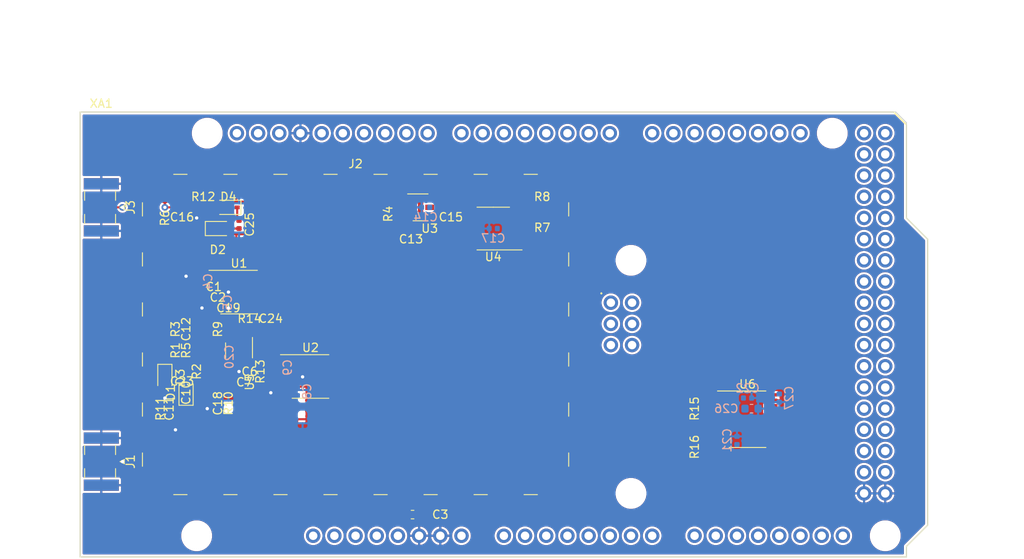
<source format=kicad_pcb>
(kicad_pcb (version 20171130) (host pcbnew 5.1.6)
  (layers (0 F.Cu signal) (1 F2.Cu signal) (2 B2.Cu signal) (31 B.Cu signal) (34 B.Paste user) (35 F.Paste user) (36 B.SilkS user hide) (37 F.SilkS user hide) (38 B.Mask user hide) (39 F.Mask user hide) (44 Edge.Cuts user))
  (net 0 "")
  (net 1 GNDA)
  (net 2 "Net-(C1-Pad1)")
  (net 3 "Net-(C2-Pad1)")
  (net 4 +5V)
  (net 5 GND)
  (net 6 "Net-(C6-Pad1)")
  (net 7 "Net-(C7-Pad1)")
  (net 8 "Net-(C10-Pad2)")
  (net 9 "Net-(C10-Pad1)")
  (net 10 fwd_sig)
  (net 11 "Net-(C12-Pad2)")
  (net 12 "Net-(C13-Pad2)")
  (net 13 "Net-(C15-Pad2)")
  (net 14 "Net-(C15-Pad1)")
  (net 15 "Net-(C16-Pad2)")
  (net 16 refl_sig)
  (net 17 fwd_sig_dc)
  (net 18 "Net-(C18-Pad1)")
  (net 19 "Net-(C19-Pad2)")
  (net 20 "Net-(C22-Pad2)")
  (net 21 fwd_pwr)
  (net 22 "Net-(C24-Pad2)")
  (net 23 fwd_shft)
  (net 24 refl_pwr)
  (net 25 "Net-(C27-Pad2)")
  (net 26 "Net-(D1-Pad1)")
  (net 27 "Net-(D2-Pad1)")
  (net 28 "Net-(R7-Pad2)")
  (net 29 freq_count)
  (net 30 "Net-(R10-Pad1)")
  (net 31 "Net-(R13-Pad1)")
  (net 32 +3V3)
  (net 33 SCL)
  (net 34 SDA)
  (net 35 "Net-(U1-Pad14)")
  (net 36 mag)
  (net 37 vref)
  (net 38 phase)
  (net 39 "Net-(U1-Pad8)")
  (net 40 "Net-(U2-Pad14)")
  (net 41 shft_mag)
  (net 42 shft_vref)
  (net 43 shft_phase)
  (net 44 "Net-(U2-Pad8)")
  (net 45 "Net-(U4-Pad1)")
  (net 46 "Net-(U6-Pad5)")
  (net 47 "Net-(U6-Pad4)")
  (net 48 "Net-(XA1-PadMISO)")
  (net 49 "Net-(XA1-PadD53)")
  (net 50 "Net-(XA1-PadD52)")
  (net 51 "Net-(XA1-PadD51)")
  (net 52 "Net-(XA1-PadD50)")
  (net 53 "Net-(XA1-PadD49)")
  (net 54 "Net-(XA1-PadD48)")
  (net 55 "Net-(XA1-PadD47)")
  (net 56 "Net-(XA1-PadD46)")
  (net 57 "Net-(XA1-PadD45)")
  (net 58 "Net-(XA1-PadD44)")
  (net 59 "Net-(XA1-PadD43)")
  (net 60 "Net-(XA1-PadD42)")
  (net 61 "Net-(XA1-PadD41)")
  (net 62 "Net-(XA1-PadD40)")
  (net 63 "Net-(XA1-PadD39)")
  (net 64 "Net-(XA1-PadD38)")
  (net 65 "Net-(XA1-PadD37)")
  (net 66 "Net-(XA1-PadD36)")
  (net 67 "Net-(XA1-PadD35)")
  (net 68 "Net-(XA1-PadD34)")
  (net 69 "Net-(XA1-PadD33)")
  (net 70 "Net-(XA1-PadD32)")
  (net 71 "Net-(XA1-PadD31)")
  (net 72 "Net-(XA1-PadD30)")
  (net 73 "Net-(XA1-PadD29)")
  (net 74 "Net-(XA1-PadD28)")
  (net 75 "Net-(XA1-PadD27)")
  (net 76 "Net-(XA1-PadD26)")
  (net 77 "Net-(XA1-PadD25)")
  (net 78 "Net-(XA1-PadD24)")
  (net 79 "Net-(XA1-PadD23)")
  (net 80 "Net-(XA1-PadCANT)")
  (net 81 "Net-(XA1-PadCANR)")
  (net 82 "Net-(XA1-PadDAC1)")
  (net 83 "Net-(XA1-PadDAC0)")
  (net 84 "Net-(XA1-PadA11)")
  (net 85 "Net-(XA1-PadA10)")
  (net 86 "Net-(XA1-PadA9)")
  (net 87 "Net-(XA1-PadA8)")
  (net 88 "Net-(XA1-PadA7)")
  (net 89 "Net-(XA1-PadA6)")
  (net 90 "Net-(XA1-PadA5)")
  (net 91 "Net-(XA1-PadA4)")
  (net 92 "Net-(XA1-PadA3)")
  (net 93 "Net-(XA1-PadA2)")
  (net 94 "Net-(XA1-PadA1)")
  (net 95 "Net-(XA1-PadD11)")
  (net 96 "Net-(XA1-PadD12)")
  (net 97 "Net-(XA1-PadD13)")
  (net 98 "Net-(XA1-PadAREF)")
  (net 99 "Net-(XA1-PadD10)")
  (net 100 "Net-(XA1-PadD9)")
  (net 101 "Net-(XA1-PadD8)")
  (net 102 "Net-(XA1-PadD7)")
  (net 103 "Net-(XA1-PadD6)")
  (net 104 "Net-(XA1-PadD5)")
  (net 105 "Net-(XA1-PadD4)")
  (net 106 "Net-(XA1-PadD3)")
  (net 107 "Net-(XA1-PadD2)")
  (net 108 "Net-(XA1-PadD1)")
  (net 109 "Net-(XA1-PadD0)")
  (net 110 "Net-(XA1-PadD14)")
  (net 111 "Net-(XA1-PadD15)")
  (net 112 "Net-(XA1-PadD16)")
  (net 113 "Net-(XA1-PadD17)")
  (net 114 "Net-(XA1-PadD18)")
  (net 115 "Net-(XA1-PadD19)")
  (net 116 "Net-(XA1-PadD20)")
  (net 117 "Net-(XA1-PadD21)")
  (net 118 "Net-(XA1-PadIORF)")
  (net 119 "Net-(XA1-PadRST1)")
  (net 120 "Net-(XA1-PadVIN)")
  (net 121 "Net-(XA1-PadA0)")
  (net 122 "Net-(XA1-Pad5V2)")
  (net 123 "Net-(XA1-PadSCK)")
  (net 124 "Net-(XA1-PadMOSI)")
  (net 125 "Net-(XA1-PadGND4)")
  (net 126 "Net-(XA1-PadRST2)")
  (module Arduino:Arduino_Due_Shield (layer F.Cu) (at 100.33 132.08)
    (fp_text reference XA1 (at 2.54 -54.356) (layer F.SilkS))
    (fp_text value Arduino_Due_Shield)
    (fp_text user . (at 62.484 -32.004) (layer F.SilkS))
    (pad MISO thru_hole oval (at 63.627 -30.48) (size 1.7272 1.7272) (drill 1.016) (layers *.Cu *.Mask) (net 48 "Net-(XA1-PadMISO)"))
    (pad GND6 thru_hole oval (at 96.52 -7.62) (size 1.7272 1.7272) (drill 1.016) (layers *.Cu *.Mask) (net 1 GNDA))
    (pad GND5 thru_hole oval (at 93.98 -7.62) (size 1.7272 1.7272) (drill 1.016) (layers *.Cu *.Mask) (net 1 GNDA))
    (pad D53 thru_hole oval (at 96.52 -10.16) (size 1.7272 1.7272) (drill 1.016) (layers *.Cu *.Mask) (net 49 "Net-(XA1-PadD53)"))
    (pad D52 thru_hole oval (at 93.98 -10.16) (size 1.7272 1.7272) (drill 1.016) (layers *.Cu *.Mask) (net 50 "Net-(XA1-PadD52)"))
    (pad D51 thru_hole oval (at 96.52 -12.7) (size 1.7272 1.7272) (drill 1.016) (layers *.Cu *.Mask) (net 51 "Net-(XA1-PadD51)"))
    (pad D50 thru_hole oval (at 93.98 -12.7) (size 1.7272 1.7272) (drill 1.016) (layers *.Cu *.Mask) (net 52 "Net-(XA1-PadD50)"))
    (pad D49 thru_hole oval (at 96.52 -15.24) (size 1.7272 1.7272) (drill 1.016) (layers *.Cu *.Mask) (net 53 "Net-(XA1-PadD49)"))
    (pad D48 thru_hole oval (at 93.98 -15.24) (size 1.7272 1.7272) (drill 1.016) (layers *.Cu *.Mask) (net 54 "Net-(XA1-PadD48)"))
    (pad D47 thru_hole oval (at 96.52 -17.78) (size 1.7272 1.7272) (drill 1.016) (layers *.Cu *.Mask) (net 55 "Net-(XA1-PadD47)"))
    (pad D46 thru_hole oval (at 93.98 -17.78) (size 1.7272 1.7272) (drill 1.016) (layers *.Cu *.Mask) (net 56 "Net-(XA1-PadD46)"))
    (pad D45 thru_hole oval (at 96.52 -20.32) (size 1.7272 1.7272) (drill 1.016) (layers *.Cu *.Mask) (net 57 "Net-(XA1-PadD45)"))
    (pad D44 thru_hole oval (at 93.98 -20.32) (size 1.7272 1.7272) (drill 1.016) (layers *.Cu *.Mask) (net 58 "Net-(XA1-PadD44)"))
    (pad D43 thru_hole oval (at 96.52 -22.86) (size 1.7272 1.7272) (drill 1.016) (layers *.Cu *.Mask) (net 59 "Net-(XA1-PadD43)"))
    (pad D42 thru_hole oval (at 93.98 -22.86) (size 1.7272 1.7272) (drill 1.016) (layers *.Cu *.Mask) (net 60 "Net-(XA1-PadD42)"))
    (pad D41 thru_hole oval (at 96.52 -25.4) (size 1.7272 1.7272) (drill 1.016) (layers *.Cu *.Mask) (net 61 "Net-(XA1-PadD41)"))
    (pad D40 thru_hole oval (at 93.98 -25.4) (size 1.7272 1.7272) (drill 1.016) (layers *.Cu *.Mask) (net 62 "Net-(XA1-PadD40)"))
    (pad D39 thru_hole oval (at 96.52 -27.94) (size 1.7272 1.7272) (drill 1.016) (layers *.Cu *.Mask) (net 63 "Net-(XA1-PadD39)"))
    (pad D38 thru_hole oval (at 93.98 -27.94) (size 1.7272 1.7272) (drill 1.016) (layers *.Cu *.Mask) (net 64 "Net-(XA1-PadD38)"))
    (pad D37 thru_hole oval (at 96.52 -30.48) (size 1.7272 1.7272) (drill 1.016) (layers *.Cu *.Mask) (net 65 "Net-(XA1-PadD37)"))
    (pad D36 thru_hole oval (at 93.98 -30.48) (size 1.7272 1.7272) (drill 1.016) (layers *.Cu *.Mask) (net 66 "Net-(XA1-PadD36)"))
    (pad D35 thru_hole oval (at 96.52 -33.02) (size 1.7272 1.7272) (drill 1.016) (layers *.Cu *.Mask) (net 67 "Net-(XA1-PadD35)"))
    (pad D34 thru_hole oval (at 93.98 -33.02) (size 1.7272 1.7272) (drill 1.016) (layers *.Cu *.Mask) (net 68 "Net-(XA1-PadD34)"))
    (pad D33 thru_hole oval (at 96.52 -35.56) (size 1.7272 1.7272) (drill 1.016) (layers *.Cu *.Mask) (net 69 "Net-(XA1-PadD33)"))
    (pad D32 thru_hole oval (at 93.98 -35.56) (size 1.7272 1.7272) (drill 1.016) (layers *.Cu *.Mask) (net 70 "Net-(XA1-PadD32)"))
    (pad D31 thru_hole oval (at 96.52 -38.1) (size 1.7272 1.7272) (drill 1.016) (layers *.Cu *.Mask) (net 71 "Net-(XA1-PadD31)"))
    (pad D30 thru_hole oval (at 93.98 -38.1) (size 1.7272 1.7272) (drill 1.016) (layers *.Cu *.Mask) (net 72 "Net-(XA1-PadD30)"))
    (pad D29 thru_hole oval (at 96.52 -40.64) (size 1.7272 1.7272) (drill 1.016) (layers *.Cu *.Mask) (net 73 "Net-(XA1-PadD29)"))
    (pad D28 thru_hole oval (at 93.98 -40.64) (size 1.7272 1.7272) (drill 1.016) (layers *.Cu *.Mask) (net 74 "Net-(XA1-PadD28)"))
    (pad D27 thru_hole oval (at 96.52 -43.18) (size 1.7272 1.7272) (drill 1.016) (layers *.Cu *.Mask) (net 75 "Net-(XA1-PadD27)"))
    (pad D26 thru_hole oval (at 93.98 -43.18) (size 1.7272 1.7272) (drill 1.016) (layers *.Cu *.Mask) (net 76 "Net-(XA1-PadD26)"))
    (pad D25 thru_hole oval (at 96.52 -45.72) (size 1.7272 1.7272) (drill 1.016) (layers *.Cu *.Mask) (net 77 "Net-(XA1-PadD25)"))
    (pad D24 thru_hole oval (at 93.98 -45.72) (size 1.7272 1.7272) (drill 1.016) (layers *.Cu *.Mask) (net 78 "Net-(XA1-PadD24)"))
    (pad D23 thru_hole oval (at 96.52 -48.26) (size 1.7272 1.7272) (drill 1.016) (layers *.Cu *.Mask) (net 79 "Net-(XA1-PadD23)"))
    (pad D22 thru_hole oval (at 93.98 -48.26) (size 1.7272 1.7272) (drill 1.016) (layers *.Cu *.Mask) (net 29 freq_count))
    (pad 5V4 thru_hole oval (at 96.52 -50.8) (size 1.7272 1.7272) (drill 1.016) (layers *.Cu *.Mask) (net 4 +5V))
    (pad 5V3 thru_hole oval (at 93.98 -50.8) (size 1.7272 1.7272) (drill 1.016) (layers *.Cu *.Mask) (net 4 +5V))
    (pad CANT thru_hole oval (at 91.44 -2.54) (size 1.7272 1.7272) (drill 1.016) (layers *.Cu *.Mask) (net 80 "Net-(XA1-PadCANT)"))
    (pad CANR thru_hole oval (at 88.9 -2.54) (size 1.7272 1.7272) (drill 1.016) (layers *.Cu *.Mask) (net 81 "Net-(XA1-PadCANR)"))
    (pad DAC1 thru_hole oval (at 86.36 -2.54) (size 1.7272 1.7272) (drill 1.016) (layers *.Cu *.Mask) (net 82 "Net-(XA1-PadDAC1)"))
    (pad DAC0 thru_hole oval (at 83.82 -2.54) (size 1.7272 1.7272) (drill 1.016) (layers *.Cu *.Mask) (net 83 "Net-(XA1-PadDAC0)"))
    (pad A11 thru_hole oval (at 81.28 -2.54) (size 1.7272 1.7272) (drill 1.016) (layers *.Cu *.Mask) (net 84 "Net-(XA1-PadA11)"))
    (pad A10 thru_hole oval (at 78.74 -2.54) (size 1.7272 1.7272) (drill 1.016) (layers *.Cu *.Mask) (net 85 "Net-(XA1-PadA10)"))
    (pad A9 thru_hole oval (at 76.2 -2.54) (size 1.7272 1.7272) (drill 1.016) (layers *.Cu *.Mask) (net 86 "Net-(XA1-PadA9)"))
    (pad A8 thru_hole oval (at 73.66 -2.54) (size 1.7272 1.7272) (drill 1.016) (layers *.Cu *.Mask) (net 87 "Net-(XA1-PadA8)"))
    (pad A7 thru_hole oval (at 68.58 -2.54) (size 1.7272 1.7272) (drill 1.016) (layers *.Cu *.Mask) (net 88 "Net-(XA1-PadA7)"))
    (pad A6 thru_hole oval (at 66.04 -2.54) (size 1.7272 1.7272) (drill 1.016) (layers *.Cu *.Mask) (net 89 "Net-(XA1-PadA6)"))
    (pad A5 thru_hole oval (at 63.5 -2.54) (size 1.7272 1.7272) (drill 1.016) (layers *.Cu *.Mask) (net 90 "Net-(XA1-PadA5)"))
    (pad A4 thru_hole oval (at 60.96 -2.54) (size 1.7272 1.7272) (drill 1.016) (layers *.Cu *.Mask) (net 91 "Net-(XA1-PadA4)"))
    (pad A3 thru_hole oval (at 58.42 -2.54) (size 1.7272 1.7272) (drill 1.016) (layers *.Cu *.Mask) (net 92 "Net-(XA1-PadA3)"))
    (pad A2 thru_hole oval (at 55.88 -2.54) (size 1.7272 1.7272) (drill 1.016) (layers *.Cu *.Mask) (net 93 "Net-(XA1-PadA2)"))
    (pad A1 thru_hole oval (at 53.34 -2.54) (size 1.7272 1.7272) (drill 1.016) (layers *.Cu *.Mask) (net 94 "Net-(XA1-PadA1)"))
    (pad "" thru_hole oval (at 27.94 -2.54) (size 1.7272 1.7272) (drill 1.016) (layers *.Cu *.Mask))
    (pad D11 thru_hole oval (at 34.036 -50.8) (size 1.7272 1.7272) (drill 1.016) (layers *.Cu *.Mask) (net 95 "Net-(XA1-PadD11)"))
    (pad D12 thru_hole oval (at 31.496 -50.8) (size 1.7272 1.7272) (drill 1.016) (layers *.Cu *.Mask) (net 96 "Net-(XA1-PadD12)"))
    (pad D13 thru_hole oval (at 28.956 -50.8) (size 1.7272 1.7272) (drill 1.016) (layers *.Cu *.Mask) (net 97 "Net-(XA1-PadD13)"))
    (pad AREF thru_hole oval (at 23.876 -50.8) (size 1.7272 1.7272) (drill 1.016) (layers *.Cu *.Mask) (net 98 "Net-(XA1-PadAREF)"))
    (pad SDA1 thru_hole oval (at 21.336 -50.8) (size 1.7272 1.7272) (drill 1.016) (layers *.Cu *.Mask) (net 34 SDA))
    (pad SCL1 thru_hole oval (at 18.796 -50.8) (size 1.7272 1.7272) (drill 1.016) (layers *.Cu *.Mask) (net 33 SCL))
    (pad "" np_thru_hole circle (at 13.97 -2.54) (size 3.2 3.2) (drill 3.2) (layers *.Cu *.Mask))
    (pad "" np_thru_hole circle (at 96.52 -2.54) (size 3.2 3.2) (drill 3.2) (layers *.Cu *.Mask))
    (pad "" np_thru_hole circle (at 15.24 -50.8) (size 3.2 3.2) (drill 3.2) (layers *.Cu *.Mask))
    (pad "" np_thru_hole circle (at 90.17 -50.8) (size 3.2 3.2) (drill 3.2) (layers *.Cu *.Mask))
    (pad "" np_thru_hole circle (at 66.04 -35.56) (size 3.2 3.2) (drill 3.2) (layers *.Cu *.Mask))
    (pad "" np_thru_hole circle (at 66.04 -7.62) (size 3.2 3.2) (drill 3.2) (layers *.Cu *.Mask))
    (pad D10 thru_hole oval (at 36.576 -50.8) (size 1.7272 1.7272) (drill 1.016) (layers *.Cu *.Mask) (net 99 "Net-(XA1-PadD10)"))
    (pad D9 thru_hole oval (at 39.116 -50.8) (size 1.7272 1.7272) (drill 1.016) (layers *.Cu *.Mask) (net 100 "Net-(XA1-PadD9)"))
    (pad D8 thru_hole oval (at 41.656 -50.8) (size 1.7272 1.7272) (drill 1.016) (layers *.Cu *.Mask) (net 101 "Net-(XA1-PadD8)"))
    (pad GND1 thru_hole oval (at 26.416 -50.8) (size 1.7272 1.7272) (drill 1.016) (layers *.Cu *.Mask) (net 1 GNDA))
    (pad D7 thru_hole oval (at 45.72 -50.8) (size 1.7272 1.7272) (drill 1.016) (layers *.Cu *.Mask) (net 102 "Net-(XA1-PadD7)"))
    (pad D6 thru_hole oval (at 48.26 -50.8) (size 1.7272 1.7272) (drill 1.016) (layers *.Cu *.Mask) (net 103 "Net-(XA1-PadD6)"))
    (pad D5 thru_hole oval (at 50.8 -50.8) (size 1.7272 1.7272) (drill 1.016) (layers *.Cu *.Mask) (net 104 "Net-(XA1-PadD5)"))
    (pad D4 thru_hole oval (at 53.34 -50.8) (size 1.7272 1.7272) (drill 1.016) (layers *.Cu *.Mask) (net 105 "Net-(XA1-PadD4)"))
    (pad D3 thru_hole oval (at 55.88 -50.8) (size 1.7272 1.7272) (drill 1.016) (layers *.Cu *.Mask) (net 106 "Net-(XA1-PadD3)"))
    (pad D2 thru_hole oval (at 58.42 -50.8) (size 1.7272 1.7272) (drill 1.016) (layers *.Cu *.Mask) (net 107 "Net-(XA1-PadD2)"))
    (pad D1 thru_hole oval (at 60.96 -50.8) (size 1.7272 1.7272) (drill 1.016) (layers *.Cu *.Mask) (net 108 "Net-(XA1-PadD1)"))
    (pad D0 thru_hole oval (at 63.5 -50.8) (size 1.7272 1.7272) (drill 1.016) (layers *.Cu *.Mask) (net 109 "Net-(XA1-PadD0)"))
    (pad D14 thru_hole oval (at 68.58 -50.8) (size 1.7272 1.7272) (drill 1.016) (layers *.Cu *.Mask) (net 110 "Net-(XA1-PadD14)"))
    (pad D15 thru_hole oval (at 71.12 -50.8) (size 1.7272 1.7272) (drill 1.016) (layers *.Cu *.Mask) (net 111 "Net-(XA1-PadD15)"))
    (pad D16 thru_hole oval (at 73.66 -50.8) (size 1.7272 1.7272) (drill 1.016) (layers *.Cu *.Mask) (net 112 "Net-(XA1-PadD16)"))
    (pad D17 thru_hole oval (at 76.2 -50.8) (size 1.7272 1.7272) (drill 1.016) (layers *.Cu *.Mask) (net 113 "Net-(XA1-PadD17)"))
    (pad D18 thru_hole oval (at 78.74 -50.8) (size 1.7272 1.7272) (drill 1.016) (layers *.Cu *.Mask) (net 114 "Net-(XA1-PadD18)"))
    (pad D19 thru_hole oval (at 81.28 -50.8) (size 1.7272 1.7272) (drill 1.016) (layers *.Cu *.Mask) (net 115 "Net-(XA1-PadD19)"))
    (pad D20 thru_hole oval (at 83.82 -50.8) (size 1.7272 1.7272) (drill 1.016) (layers *.Cu *.Mask) (net 116 "Net-(XA1-PadD20)"))
    (pad D21 thru_hole oval (at 86.36 -50.8) (size 1.7272 1.7272) (drill 1.016) (layers *.Cu *.Mask) (net 117 "Net-(XA1-PadD21)"))
    (pad IORF thru_hole oval (at 30.48 -2.54) (size 1.7272 1.7272) (drill 1.016) (layers *.Cu *.Mask) (net 118 "Net-(XA1-PadIORF)"))
    (pad RST1 thru_hole oval (at 33.02 -2.54) (size 1.7272 1.7272) (drill 1.016) (layers *.Cu *.Mask) (net 119 "Net-(XA1-PadRST1)"))
    (pad 3V3 thru_hole oval (at 35.56 -2.54) (size 1.7272 1.7272) (drill 1.016) (layers *.Cu *.Mask) (net 32 +3V3))
    (pad 5V1 thru_hole oval (at 38.1 -2.54) (size 1.7272 1.7272) (drill 1.016) (layers *.Cu *.Mask) (net 4 +5V))
    (pad GND2 thru_hole oval (at 40.64 -2.54) (size 1.7272 1.7272) (drill 1.016) (layers *.Cu *.Mask) (net 1 GNDA))
    (pad GND3 thru_hole oval (at 43.18 -2.54) (size 1.7272 1.7272) (drill 1.016) (layers *.Cu *.Mask) (net 1 GNDA))
    (pad VIN thru_hole oval (at 45.72 -2.54) (size 1.7272 1.7272) (drill 1.016) (layers *.Cu *.Mask) (net 120 "Net-(XA1-PadVIN)"))
    (pad A0 thru_hole oval (at 50.8 -2.54) (size 1.7272 1.7272) (drill 1.016) (layers *.Cu *.Mask) (net 121 "Net-(XA1-PadA0)"))
    (pad 5V2 thru_hole oval (at 66.167 -30.48) (size 1.7272 1.7272) (drill 1.016) (layers *.Cu *.Mask) (net 122 "Net-(XA1-Pad5V2)"))
    (pad SCK thru_hole oval (at 63.627 -27.94) (size 1.7272 1.7272) (drill 1.016) (layers *.Cu *.Mask) (net 123 "Net-(XA1-PadSCK)"))
    (pad MOSI thru_hole oval (at 66.167 -27.94) (size 1.7272 1.7272) (drill 1.016) (layers *.Cu *.Mask) (net 124 "Net-(XA1-PadMOSI)"))
    (pad GND4 thru_hole oval (at 66.167 -25.4) (size 1.7272 1.7272) (drill 1.016) (layers *.Cu *.Mask) (net 125 "Net-(XA1-PadGND4)"))
    (pad RST2 thru_hole oval (at 63.627 -25.4) (size 1.7272 1.7272) (drill 1.016) (layers *.Cu *.Mask) (net 126 "Net-(XA1-PadRST2)"))
  )
  (module Package_SO:TSSOP-20_4.4x6.5mm_P0.65mm (layer F.Cu) (at 180.34 115.57)
    (fp_text reference U6 (at 0 -4.2) (layer F.SilkS))
    (fp_text value LTC2309_TSSOP)
    (pad 20 smd roundrect (at 2.8625 -2.925) (size 1.475 0.4) (layers F.Cu F.Paste F.Mask) (net 25 "Net-(C27-Pad2)"))
    (pad 19 smd roundrect (at 2.8625 -2.275) (size 1.475 0.4) (layers F.Cu F.Paste F.Mask) (net 1 GNDA))
    (pad 18 smd roundrect (at 2.8625 -1.625) (size 1.475 0.4) (layers F.Cu F.Paste F.Mask) (net 24 refl_pwr))
    (pad 17 smd roundrect (at 2.8625 -0.975) (size 1.475 0.4) (layers F.Cu F.Paste F.Mask) (net 38 phase))
    (pad 16 smd roundrect (at 2.8625 -0.325) (size 1.475 0.4) (layers F.Cu F.Paste F.Mask) (net 37 vref))
    (pad 15 smd roundrect (at 2.8625 0.325) (size 1.475 0.4) (layers F.Cu F.Paste F.Mask) (net 36 mag))
    (pad 14 smd roundrect (at 2.8625 0.975) (size 1.475 0.4) (layers F.Cu F.Paste F.Mask) (net 21 fwd_pwr))
    (pad 13 smd roundrect (at 2.8625 1.625) (size 1.475 0.4) (layers F.Cu F.Paste F.Mask) (net 43 shft_phase))
    (pad 12 smd roundrect (at 2.8625 2.275) (size 1.475 0.4) (layers F.Cu F.Paste F.Mask) (net 42 shft_vref))
    (pad 11 smd roundrect (at 2.8625 2.925) (size 1.475 0.4) (layers F.Cu F.Paste F.Mask) (net 41 shft_mag))
    (pad 10 smd roundrect (at -2.8625 2.925) (size 1.475 0.4) (layers F.Cu F.Paste F.Mask) (net 4 +5V))
    (pad 9 smd roundrect (at -2.8625 2.275) (size 1.475 0.4) (layers F.Cu F.Paste F.Mask) (net 1 GNDA))
    (pad 8 smd roundrect (at -2.8625 1.625) (size 1.475 0.4) (layers F.Cu F.Paste F.Mask) (net 1 GNDA))
    (pad 7 smd roundrect (at -2.8625 0.975) (size 1.475 0.4) (layers F.Cu F.Paste F.Mask) (net 34 SDA))
    (pad 6 smd roundrect (at -2.8625 0.325) (size 1.475 0.4) (layers F.Cu F.Paste F.Mask) (net 33 SCL))
    (pad 5 smd roundrect (at -2.8625 -0.325) (size 1.475 0.4) (layers F.Cu F.Paste F.Mask) (net 46 "Net-(U6-Pad5)"))
    (pad 4 smd roundrect (at -2.8625 -0.975) (size 1.475 0.4) (layers F.Cu F.Paste F.Mask) (net 47 "Net-(U6-Pad4)"))
    (pad 3 smd roundrect (at -2.8625 -1.625) (size 1.475 0.4) (layers F.Cu F.Paste F.Mask) (net 4 +5V))
    (pad 2 smd roundrect (at -2.8625 -2.275) (size 1.475 0.4) (layers F.Cu F.Paste F.Mask) (net 1 GNDA))
    (pad 1 smd roundrect (at -2.8625 -2.925) (size 1.475 0.4) (layers F.Cu F.Paste F.Mask) (net 20 "Net-(C22-Pad2)"))
  )
  (module Package_TO_SOT_SMD:SOT-23-6 (layer F.Cu) (at 119.38 107.315 270)
    (fp_text reference U5 (at 3.81 -1.27 270) (layer F.SilkS))
    (fp_text value OPA695)
    (pad 1 smd rect (at -1.1 -0.95 270) (size 1.06 0.65) (layers F.Cu F.Paste F.Mask) (net 31 "Net-(R13-Pad1)"))
    (pad 2 smd rect (at -1.1 0 270) (size 1.06 0.65) (layers F.Cu F.Paste F.Mask) (net 1 GNDA))
    (pad 3 smd rect (at -1.1 0.95 270) (size 1.06 0.65) (layers F.Cu F.Paste F.Mask) (net 19 "Net-(C19-Pad2)"))
    (pad 4 smd rect (at 1.1 0.95 270) (size 1.06 0.65) (layers F.Cu F.Paste F.Mask) (net 30 "Net-(R10-Pad1)"))
    (pad 6 smd rect (at 1.1 -0.95 270) (size 1.06 0.65) (layers F.Cu F.Paste F.Mask) (net 4 +5V))
    (pad 5 smd rect (at 1.1 0 270) (size 1.06 0.65) (layers F.Cu F.Paste F.Mask) (net 4 +5V))
  )
  (module Package_SO:SOIC-8_3.9x4.9mm_P1.27mm (layer F.Cu) (at 149.86 92.71 180)
    (fp_text reference U4 (at 0 -3.4) (layer F.SilkS))
    (fp_text value HMC363S8G)
    (pad 8 smd roundrect (at 2.475 -1.905 180) (size 1.95 0.6) (layers F.Cu F.Paste F.Mask) (net 1 GNDA))
    (pad 7 smd roundrect (at 2.475 -0.635 180) (size 1.95 0.6) (layers F.Cu F.Paste F.Mask) (net 1 GNDA))
    (pad 6 smd roundrect (at 2.475 0.635 180) (size 1.95 0.6) (layers F.Cu F.Paste F.Mask))
    (pad 5 smd roundrect (at 2.475 1.905 180) (size 1.95 0.6) (layers F.Cu F.Paste F.Mask) (net 14 "Net-(C15-Pad1)"))
    (pad 4 smd roundrect (at -2.475 1.905 180) (size 1.95 0.6) (layers F.Cu F.Paste F.Mask) (net 4 +5V))
    (pad 3 smd roundrect (at -2.475 0.635 180) (size 1.95 0.6) (layers F.Cu F.Paste F.Mask) (net 28 "Net-(R7-Pad2)"))
    (pad 2 smd roundrect (at -2.475 -0.635 180) (size 1.95 0.6) (layers F.Cu F.Paste F.Mask))
    (pad 1 smd roundrect (at -2.475 -1.905 180) (size 1.95 0.6) (layers F.Cu F.Paste F.Mask) (net 45 "Net-(U4-Pad1)"))
  )
  (module Package_TO_SOT_SMD:SOT-23-6 (layer F.Cu) (at 141.14 90.17)
    (fp_text reference U3 (at 1.1 2.54) (layer F.SilkS))
    (fp_text value TLV3501_DBV)
    (pad 5 smd rect (at 1.1 0) (size 1.06 0.65) (layers F.Cu F.Paste F.Mask) (net 13 "Net-(C15-Pad2)"))
    (pad 6 smd rect (at 1.1 -0.95) (size 1.06 0.65) (layers F.Cu F.Paste F.Mask) (net 1 GNDA))
    (pad 4 smd rect (at 1.1 0.95) (size 1.06 0.65) (layers F.Cu F.Paste F.Mask) (net 4 +5V))
    (pad 3 smd rect (at -1.1 0.95) (size 1.06 0.65) (layers F.Cu F.Paste F.Mask) (net 12 "Net-(C13-Pad2)"))
    (pad 2 smd rect (at -1.1 0) (size 1.06 0.65) (layers F.Cu F.Paste F.Mask) (net 1 GNDA))
    (pad 1 smd rect (at -1.1 -0.95) (size 1.06 0.65) (layers F.Cu F.Paste F.Mask) (net 17 fwd_sig_dc))
  )
  (module Package_SO:TSSOP-14_4.4x5mm_P0.65mm (layer F.Cu) (at 127.9475 110.445)
    (fp_text reference U2 (at 0 -3.45) (layer F.SilkS))
    (fp_text value AD8302)
    (pad 14 smd roundrect (at 2.8625 -1.95) (size 1.475 0.4) (layers F.Cu F.Paste F.Mask) (net 40 "Net-(U2-Pad14)"))
    (pad 13 smd roundrect (at 2.8625 -1.3) (size 1.475 0.4) (layers F.Cu F.Paste F.Mask) (net 41 shft_mag))
    (pad 12 smd roundrect (at 2.8625 -0.65) (size 1.475 0.4) (layers F.Cu F.Paste F.Mask) (net 41 shft_mag))
    (pad 11 smd roundrect (at 2.8625 0) (size 1.475 0.4) (layers F.Cu F.Paste F.Mask) (net 42 shft_vref))
    (pad 10 smd roundrect (at 2.8625 0.65) (size 1.475 0.4) (layers F.Cu F.Paste F.Mask) (net 43 shft_phase))
    (pad 9 smd roundrect (at 2.8625 1.3) (size 1.475 0.4) (layers F.Cu F.Paste F.Mask) (net 43 shft_phase))
    (pad 8 smd roundrect (at 2.8625 1.95) (size 1.475 0.4) (layers F.Cu F.Paste F.Mask) (net 44 "Net-(U2-Pad8)"))
    (pad 7 smd roundrect (at -2.8625 1.95) (size 1.475 0.4) (layers F.Cu F.Paste F.Mask) (net 1 GNDA))
    (pad 6 smd roundrect (at -2.8625 1.3) (size 1.475 0.4) (layers F.Cu F.Paste F.Mask) (net 16 refl_sig))
    (pad 5 smd roundrect (at -2.8625 0.65) (size 1.475 0.4) (layers F.Cu F.Paste F.Mask) (net 7 "Net-(C7-Pad1)"))
    (pad 4 smd roundrect (at -2.8625 0) (size 1.475 0.4) (layers F.Cu F.Paste F.Mask) (net 4 +5V))
    (pad 3 smd roundrect (at -2.8625 -0.65) (size 1.475 0.4) (layers F.Cu F.Paste F.Mask) (net 6 "Net-(C6-Pad1)"))
    (pad 2 smd roundrect (at -2.8625 -1.3) (size 1.475 0.4) (layers F.Cu F.Paste F.Mask) (net 23 fwd_shft))
    (pad 1 smd roundrect (at -2.8625 -1.95) (size 1.475 0.4) (layers F.Cu F.Paste F.Mask) (net 1 GNDA))
  )
  (module Package_SO:TSSOP-14_4.4x5mm_P0.65mm (layer F.Cu) (at 119.38 100.33)
    (fp_text reference U1 (at 0 -3.45) (layer F.SilkS))
    (fp_text value AD8302)
    (pad 14 smd roundrect (at 2.8625 -1.95) (size 1.475 0.4) (layers F.Cu F.Paste F.Mask) (net 35 "Net-(U1-Pad14)"))
    (pad 13 smd roundrect (at 2.8625 -1.3) (size 1.475 0.4) (layers F.Cu F.Paste F.Mask) (net 36 mag))
    (pad 12 smd roundrect (at 2.8625 -0.65) (size 1.475 0.4) (layers F.Cu F.Paste F.Mask) (net 36 mag))
    (pad 11 smd roundrect (at 2.8625 0) (size 1.475 0.4) (layers F.Cu F.Paste F.Mask) (net 37 vref))
    (pad 10 smd roundrect (at 2.8625 0.65) (size 1.475 0.4) (layers F.Cu F.Paste F.Mask) (net 38 phase))
    (pad 9 smd roundrect (at 2.8625 1.3) (size 1.475 0.4) (layers F.Cu F.Paste F.Mask) (net 38 phase))
    (pad 8 smd roundrect (at 2.8625 1.95) (size 1.475 0.4) (layers F.Cu F.Paste F.Mask) (net 39 "Net-(U1-Pad8)"))
    (pad 7 smd roundrect (at -2.8625 1.95) (size 1.475 0.4) (layers F.Cu F.Paste F.Mask) (net 1 GNDA))
    (pad 6 smd roundrect (at -2.8625 1.3) (size 1.475 0.4) (layers F.Cu F.Paste F.Mask) (net 16 refl_sig))
    (pad 5 smd roundrect (at -2.8625 0.65) (size 1.475 0.4) (layers F.Cu F.Paste F.Mask) (net 3 "Net-(C2-Pad1)"))
    (pad 4 smd roundrect (at -2.8625 0) (size 1.475 0.4) (layers F.Cu F.Paste F.Mask) (net 4 +5V))
    (pad 3 smd roundrect (at -2.8625 -0.65) (size 1.475 0.4) (layers F.Cu F.Paste F.Mask) (net 2 "Net-(C1-Pad1)"))
    (pad 2 smd roundrect (at -2.8625 -1.3) (size 1.475 0.4) (layers F.Cu F.Paste F.Mask) (net 10 fwd_sig))
    (pad 1 smd roundrect (at -2.8625 -1.95) (size 1.475 0.4) (layers F.Cu F.Paste F.Mask) (net 1 GNDA))
  )
  (module Capacitor_SMD:C_0402_1005Metric (layer F.Cu) (at 175.26 118.895 270)
    (fp_text reference R16 (at 0 1.27 90) (layer F.SilkS))
    (fp_text value 1.7KΩ)
    (pad 2 smd roundrect (at 0.485 0 270) (size 0.59 0.64) (layers F.Cu F.Paste F.Mask) (net 32 +3V3))
    (pad 1 smd roundrect (at -0.485 0 270) (size 0.59 0.64) (layers F.Cu F.Paste F.Mask) (net 34 SDA))
  )
  (module Capacitor_SMD:C_0402_1005Metric (layer F.Cu) (at 175.26 114.3 90)
    (fp_text reference R15 (at 0 -1.27 90) (layer F.SilkS))
    (fp_text value 1.7KΩ)
    (pad 2 smd roundrect (at 0.485 0 90) (size 0.59 0.64) (layers F.Cu F.Paste F.Mask) (net 32 +3V3))
    (pad 1 smd roundrect (at -0.485 0 90) (size 0.59 0.64) (layers F.Cu F.Paste F.Mask) (net 33 SCL))
  )
  (module Capacitor_SMD:C_0402_1005Metric (layer F.Cu) (at 120.65 104.775 180)
    (fp_text reference R14 (at 0 1.27) (layer F.SilkS))
    (fp_text value 51Ω)
    (pad 1 smd roundrect (at -0.485 0 180) (size 0.59 0.64) (layers F.Cu F.Paste F.Mask) (net 22 "Net-(C24-Pad2)"))
    (pad 2 smd roundrect (at 0.485 0 180) (size 0.59 0.64) (layers F.Cu F.Paste F.Mask) (net 31 "Net-(R13-Pad1)"))
  )
  (module Capacitor_SMD:C_0402_1005Metric (layer F.Cu) (at 121.92 106.83 270)
    (fp_text reference R13 (at 3.025 0 90) (layer F.SilkS))
    (fp_text value 510Ω)
    (pad 2 smd roundrect (at 0.485 0 270) (size 0.59 0.64) (layers F.Cu F.Paste F.Mask) (net 30 "Net-(R10-Pad1)"))
    (pad 1 smd roundrect (at -0.485 0 270) (size 0.59 0.64) (layers F.Cu F.Paste F.Mask) (net 31 "Net-(R13-Pad1)"))
  )
  (module Capacitor_SMD:C_0402_1005Metric (layer F.Cu) (at 115.085 90.17 180)
    (fp_text reference R12 (at 0 1.27) (layer F.SilkS))
    (fp_text value 100kΩ)
    (pad 2 smd roundrect (at 0.485 0 180) (size 0.59 0.64) (layers F.Cu F.Paste F.Mask) (net 16 refl_sig))
    (pad 1 smd roundrect (at -0.485 0 180) (size 0.59 0.64) (layers F.Cu F.Paste F.Mask) (net 27 "Net-(D2-Pad1)"))
  )
  (module Capacitor_SMD:C_0402_1005Metric (layer F.Cu) (at 111.125 114.3 90)
    (fp_text reference R11 (at 0 -1.17 90) (layer F.SilkS))
    (fp_text value 100kΩ)
    (pad 2 smd roundrect (at 0.485 0 90) (size 0.59 0.64) (layers F.Cu F.Paste F.Mask) (net 10 fwd_sig))
    (pad 1 smd roundrect (at -0.485 0 90) (size 0.59 0.64) (layers F.Cu F.Paste F.Mask) (net 26 "Net-(D1-Pad1)"))
  )
  (module Capacitor_SMD:C_0402_1005Metric (layer F.Cu) (at 118.11 110.64 270)
    (fp_text reference R10 (at 3.025 0 90) (layer F.SilkS))
    (fp_text value 470Ω)
    (pad 2 smd roundrect (at 0.485 0 270) (size 0.59 0.64) (layers F.Cu F.Paste F.Mask) (net 18 "Net-(C18-Pad1)"))
    (pad 1 smd roundrect (at -0.485 0 270) (size 0.59 0.64) (layers F.Cu F.Paste F.Mask) (net 30 "Net-(R10-Pad1)"))
  )
  (module Capacitor_SMD:C_0402_1005Metric (layer F.Cu) (at 116.84 107.315 270)
    (fp_text reference R9 (at -2.54 0 90) (layer F.SilkS))
    (fp_text value 100Ω)
    (pad 2 smd roundrect (at 0.485 0 270) (size 0.59 0.64) (layers F.Cu F.Paste F.Mask) (net 17 fwd_sig_dc))
    (pad 1 smd roundrect (at -0.485 0 270) (size 0.59 0.64) (layers F.Cu F.Paste F.Mask) (net 19 "Net-(C19-Pad2)"))
  )
  (module Capacitor_SMD:C_0402_1005Metric (layer F.Cu) (at 155.725 90.17 180)
    (fp_text reference R8 (at 0 1.27) (layer F.SilkS))
    (fp_text value 30KΩ)
    (pad 2 smd roundrect (at 0.485 0 180) (size 0.59 0.64) (layers F.Cu F.Paste F.Mask) (net 1 GNDA))
    (pad 1 smd roundrect (at -0.485 0 180) (size 0.59 0.64) (layers F.Cu F.Paste F.Mask) (net 29 freq_count))
  )
  (module Capacitor_SMD:C_0402_1005Metric (layer F.Cu) (at 155.725 91.44 180)
    (fp_text reference R7 (at 0 -1.17) (layer F.SilkS))
    (fp_text value 10KΩ)
    (pad 2 smd roundrect (at 0.485 0 180) (size 0.59 0.64) (layers F.Cu F.Paste F.Mask) (net 28 "Net-(R7-Pad2)"))
    (pad 1 smd roundrect (at -0.485 0 180) (size 0.59 0.64) (layers F.Cu F.Paste F.Mask) (net 29 freq_count))
  )
  (module Capacitor_SMD:C_0402_1005Metric (layer F.Cu) (at 110.49 88.9 270)
    (fp_text reference R6 (at 2.54 0 90) (layer F.SilkS))
    (fp_text value 51Ω)
    (pad 2 smd roundrect (at 0.485 0 270) (size 0.59 0.64) (layers F.Cu F.Paste F.Mask) (net 15 "Net-(C16-Pad2)"))
    (pad 1 smd roundrect (at -0.485 0 270) (size 0.59 0.64) (layers F.Cu F.Paste F.Mask) (net 1 GNDA))
  )
  (module Capacitor_SMD:C_0402_1005Metric (layer F.Cu) (at 115.57 107.315 270)
    (fp_text reference R5 (at 0 2.54 90) (layer F.SilkS))
    (fp_text value 22Ω)
    (pad 2 smd roundrect (at 0.485 0 270) (size 0.59 0.64) (layers F.Cu F.Paste F.Mask) (net 17 fwd_sig_dc))
    (pad 1 smd roundrect (at -0.485 0 270) (size 0.59 0.64) (layers F.Cu F.Paste F.Mask) (net 11 "Net-(C12-Pad2)"))
  )
  (module Capacitor_SMD:C_0402_1005Metric (layer F.Cu) (at 138.43 90.955 90)
    (fp_text reference R4 (at 0 -1.17 90) (layer F.SilkS))
    (fp_text value 1KΩ)
    (pad 2 smd roundrect (at 0.485 0 90) (size 0.59 0.64) (layers F.Cu F.Paste F.Mask) (net 17 fwd_sig_dc))
    (pad 1 smd roundrect (at -0.485 0 90) (size 0.59 0.64) (layers F.Cu F.Paste F.Mask) (net 12 "Net-(C13-Pad2)"))
  )
  (module Capacitor_SMD:C_0402_1005Metric (layer F.Cu) (at 114.3 104.775 270)
    (fp_text reference R3 (at 0 2.54 90) (layer F.SilkS))
    (fp_text value 1KΩ)
    (pad 2 smd roundrect (at 0.485 0 270) (size 0.59 0.64) (layers F.Cu F.Paste F.Mask) (net 11 "Net-(C12-Pad2)"))
    (pad 1 smd roundrect (at -0.485 0 270) (size 0.59 0.64) (layers F.Cu F.Paste F.Mask) (net 1 GNDA))
  )
  (module Capacitor_SMD:C_0402_1005Metric (layer F.Cu) (at 115.57 109.855 270)
    (fp_text reference R2 (at 0 1.27 90) (layer F.SilkS))
    (fp_text value 33Ω)
    (pad 2 smd roundrect (at 0.485 0 270) (size 0.59 0.64) (layers F.Cu F.Paste F.Mask) (net 9 "Net-(C10-Pad1)"))
    (pad 1 smd roundrect (at -0.485 0 270) (size 0.59 0.64) (layers F.Cu F.Paste F.Mask) (net 17 fwd_sig_dc))
  )
  (module Capacitor_SMD:C_0402_1005Metric (layer F.Cu) (at 114.3 107.315 270)
    (fp_text reference R1 (at 0 2.54 90) (layer F.SilkS))
    (fp_text value 1KΩ)
    (pad 1 smd roundrect (at -0.485 0 270) (size 0.59 0.64) (layers F.Cu F.Paste F.Mask) (net 11 "Net-(C12-Pad2)"))
    (pad 2 smd roundrect (at 0.485 0 270) (size 0.59 0.64) (layers F.Cu F.Paste F.Mask) (net 4 +5V))
  )
  (module Connector_Coaxial:SMA_Samtec_SMA-J-P-X-ST-EM1_EdgeMount (layer F.Cu) (at 102.87 90.17 270)
    (fp_text reference J3 (at 0 -3.5 90) (layer F.SilkS))
    (fp_text value Conn_Coaxial)
    (pad 1 smd rect (at 0 0.2 270) (size 1.27 3.6) (layers F.Cu F.Paste F.Mask) (net 15 "Net-(C16-Pad2)"))
    (pad 2 smd rect (at 2.825 0 270) (size 1.35 4.2) (layers F.Cu F.Paste F.Mask) (net 1 GNDA))
    (pad 2 smd rect (at -2.825 0 270) (size 1.35 4.2) (layers F.Cu F.Paste F.Mask) (net 1 GNDA))
    (pad 2 smd rect (at 2.825 0 270) (size 1.35 4.2) (layers B.Cu B.Paste B.Mask) (net 1 GNDA))
    (pad 2 smd rect (at -2.825 0 270) (size 1.35 4.2) (layers B.Cu B.Paste B.Mask) (net 1 GNDA))
  )
  (module RF_Shielding:Laird_Technologies_BMI-S-230-F_50.8x38.1mm (layer F.Cu) (at 133.35 105.41)
    (fp_text reference J2 (at 0 -20.45) (layer F.SilkS))
    (fp_text value RF_Shield_Two_Pieces)
    (pad 1 smd rect (at 25.3 17.275) (size 1 2.35) (layers F.Cu F.Paste F.Mask) (net 1 GNDA))
    (pad 1 smd rect (at -25.3 17.275) (size 1 2.35) (layers F.Cu F.Paste F.Mask) (net 1 GNDA))
    (pad 1 smd rect (at 25.3 12) (size 1 3.8) (layers F.Cu F.Paste F.Mask) (net 1 GNDA))
    (pad 1 smd rect (at -25.3 12) (size 1 3.8) (layers F.Cu F.Paste F.Mask) (net 1 GNDA))
    (pad 1 smd rect (at 25.3 6) (size 1 3.8) (layers F.Cu F.Paste F.Mask) (net 1 GNDA))
    (pad 1 smd rect (at -25.3 6) (size 1 3.8) (layers F.Cu F.Paste F.Mask) (net 1 GNDA))
    (pad 1 smd rect (at 25.3 0) (size 1 3.8) (layers F.Cu F.Paste F.Mask) (net 1 GNDA))
    (pad 1 smd rect (at -25.3 0) (size 1 3.8) (layers F.Cu F.Paste F.Mask) (net 1 GNDA))
    (pad 1 smd rect (at 25.3 -6) (size 1 3.8) (layers F.Cu F.Paste F.Mask) (net 1 GNDA))
    (pad 1 smd rect (at -25.3 -6) (size 1 3.8) (layers F.Cu F.Paste F.Mask) (net 1 GNDA))
    (pad 1 smd rect (at 25.3 -12) (size 1 3.8) (layers F.Cu F.Paste F.Mask) (net 1 GNDA))
    (pad 1 smd rect (at -25.3 -12) (size 1 3.8) (layers F.Cu F.Paste F.Mask) (net 1 GNDA))
    (pad 1 smd rect (at 25.3 -17.275) (size 1 2.35) (layers F.Cu F.Paste F.Mask) (net 1 GNDA))
    (pad 1 smd rect (at -25.3 -17.275) (size 1 2.35) (layers F.Cu F.Paste F.Mask) (net 1 GNDA))
    (pad 1 smd rect (at 23.45 18.95) (size 2.7 1) (layers F.Cu F.Paste F.Mask) (net 1 GNDA))
    (pad 1 smd rect (at 23.45 -18.95) (size 2.7 1) (layers F.Cu F.Paste F.Mask) (net 1 GNDA))
    (pad 1 smd rect (at 18 18.95) (size 3.8 1) (layers F.Cu F.Paste F.Mask) (net 1 GNDA))
    (pad 1 smd rect (at 18 -18.95) (size 3.8 1) (layers F.Cu F.Paste F.Mask) (net 1 GNDA))
    (pad 1 smd rect (at 12 18.95) (size 3.8 1) (layers F.Cu F.Paste F.Mask) (net 1 GNDA))
    (pad 1 smd rect (at 12 -18.95) (size 3.8 1) (layers F.Cu F.Paste F.Mask) (net 1 GNDA))
    (pad 1 smd rect (at 6 18.95) (size 3.8 1) (layers F.Cu F.Paste F.Mask) (net 1 GNDA))
    (pad 1 smd rect (at 6 -18.95) (size 3.8 1) (layers F.Cu F.Paste F.Mask) (net 1 GNDA))
    (pad 1 smd rect (at 0 18.95) (size 3.8 1) (layers F.Cu F.Paste F.Mask) (net 1 GNDA))
    (pad 1 smd rect (at 0 -18.95) (size 3.8 1) (layers F.Cu F.Paste F.Mask) (net 1 GNDA))
    (pad 1 smd rect (at -6 18.95) (size 3.8 1) (layers F.Cu F.Paste F.Mask) (net 1 GNDA))
    (pad 1 smd rect (at -6 -18.95) (size 3.8 1) (layers F.Cu F.Paste F.Mask) (net 1 GNDA))
    (pad 1 smd rect (at -12 18.95) (size 3.8 1) (layers F.Cu F.Paste F.Mask) (net 1 GNDA))
    (pad 1 smd rect (at -12 -18.95) (size 3.8 1) (layers F.Cu F.Paste F.Mask) (net 1 GNDA))
    (pad 1 smd rect (at -18 18.95) (size 3.8 1) (layers F.Cu F.Paste F.Mask) (net 1 GNDA))
    (pad 1 smd rect (at -18 -18.95) (size 3.8 1) (layers F.Cu F.Paste F.Mask) (net 1 GNDA))
    (pad 1 smd rect (at -23.45 18.95) (size 2.7 1) (layers F.Cu F.Paste F.Mask) (net 1 GNDA))
    (pad 1 smd rect (at -23.45 -18.95) (size 2.7 1) (layers F.Cu F.Paste F.Mask) (net 1 GNDA))
    (pad 1 smd rect (at -25.3 18.95) (size 1 1) (layers F.Cu F.Paste F.Mask) (net 1 GNDA))
    (pad 1 smd rect (at 25.3 18.95) (size 1 1) (layers F.Cu F.Paste F.Mask) (net 1 GNDA))
    (pad 1 smd rect (at 25.3 -18.95) (size 1 1) (layers F.Cu F.Paste F.Mask) (net 1 GNDA))
    (pad 1 smd rect (at -25.3 -18.95) (size 1 1) (layers F.Cu F.Paste F.Mask) (net 1 GNDA))
  )
  (module Connector_Coaxial:SMA_Samtec_SMA-J-P-X-ST-EM1_EdgeMount (layer F.Cu) (at 102.87 120.65 270)
    (fp_text reference J1 (at 0 -3.5 90) (layer F.SilkS))
    (fp_text value Conn_Coaxial)
    (pad 1 smd rect (at 0 0.2 270) (size 1.27 3.6) (layers F.Cu F.Paste F.Mask) (net 8 "Net-(C10-Pad2)"))
    (pad 2 smd rect (at 2.825 0 270) (size 1.35 4.2) (layers F.Cu F.Paste F.Mask) (net 1 GNDA))
    (pad 2 smd rect (at -2.825 0 270) (size 1.35 4.2) (layers F.Cu F.Paste F.Mask) (net 1 GNDA))
    (pad 2 smd rect (at 2.825 0 270) (size 1.35 4.2) (layers B.Cu B.Paste B.Mask) (net 1 GNDA))
    (pad 2 smd rect (at -2.825 0 270) (size 1.35 4.2) (layers B.Cu B.Paste B.Mask) (net 1 GNDA))
  )
  (module Diode_SMD:D_SOD-323 (layer F.Cu) (at 118.11 90.17 180)
    (fp_text reference D4 (at 0 1.27) (layer F.SilkS))
    (fp_text value 1N5711)
    (pad 2 smd rect (at 1.05 0 180) (size 0.6 0.45) (layers F.Cu F.Paste F.Mask) (net 27 "Net-(D2-Pad1)"))
    (pad 1 smd rect (at -1.05 0 180) (size 0.6 0.45) (layers F.Cu F.Paste F.Mask) (net 24 refl_pwr))
  )
  (module Diode_SMD:D_SOD-323 (layer F.Cu) (at 110.49 110.49 270)
    (fp_text reference D3 (at 0 -1.85 90) (layer F.SilkS))
    (fp_text value 1N5711)
    (pad 2 smd rect (at 1.05 0 270) (size 0.6 0.45) (layers F.Cu F.Paste F.Mask) (net 26 "Net-(D1-Pad1)"))
    (pad 1 smd rect (at -1.05 0 270) (size 0.6 0.45) (layers F.Cu F.Paste F.Mask) (net 21 fwd_pwr))
  )
  (module Diode_SMD:D_SOD-323 (layer F.Cu) (at 116.84 92.71)
    (fp_text reference D2 (at 0 2.54) (layer F.SilkS))
    (fp_text value 1N5711)
    (pad 2 smd rect (at 1.05 0) (size 0.6 0.45) (layers F.Cu F.Paste F.Mask) (net 1 GNDA))
    (pad 1 smd rect (at -1.05 0) (size 0.6 0.45) (layers F.Cu F.Paste F.Mask) (net 27 "Net-(D2-Pad1)"))
  )
  (module Diode_SMD:D_SOD-323 (layer F.Cu) (at 113.03 112.395 90)
    (fp_text reference D1 (at 0 -1.85 90) (layer F.SilkS))
    (fp_text value 1N5711)
    (pad 2 smd rect (at 1.05 0 90) (size 0.6 0.45) (layers F.Cu F.Paste F.Mask) (net 1 GNDA))
    (pad 1 smd rect (at -1.05 0 90) (size 0.6 0.45) (layers F.Cu F.Paste F.Mask) (net 26 "Net-(D1-Pad1)"))
  )
  (module Capacitor_SMD:C_0402_1005Metric (layer B.Cu) (at 184.15 113.03 90)
    (fp_text reference C27 (at 0 1.17 90) (layer B.SilkS) (effects (justify mirror)))
    (fp_text value 2.2μF)
    (pad 2 smd roundrect (at 0.485 0 90) (size 0.59 0.64) (layers B.Cu B.Paste B.Mask) (net 25 "Net-(C27-Pad2)"))
    (pad 1 smd roundrect (at -0.485 0 90) (size 0.59 0.64) (layers B.Cu B.Paste B.Mask) (net 1 GNDA))
  )
  (module Capacitor_SMD:C_0603_1608Metric (layer B.Cu) (at 180.8225 114.3 180)
    (fp_text reference C26 (at 3.0225 0) (layer B.SilkS) (effects (justify mirror)))
    (fp_text value 10μF)
    (pad 2 smd roundrect (at 0.7875 0 180) (size 0.875 0.95) (layers B.Cu B.Paste B.Mask) (net 20 "Net-(C22-Pad2)"))
    (pad 1 smd roundrect (at -0.7875 0 180) (size 0.875 0.95) (layers B.Cu B.Paste B.Mask) (net 1 GNDA))
  )
  (module Capacitor_SMD:C_0402_1005Metric (layer F.Cu) (at 119.38 92.225 90)
    (fp_text reference C25 (at 0 1.27 90) (layer F.SilkS))
    (fp_text value 100nF)
    (pad 2 smd roundrect (at 0.485 0 90) (size 0.59 0.64) (layers F.Cu F.Paste F.Mask) (net 24 refl_pwr))
    (pad 1 smd roundrect (at -0.485 0 90) (size 0.59 0.64) (layers F.Cu F.Paste F.Mask) (net 1 GNDA))
  )
  (module Capacitor_SMD:C_0402_1005Metric (layer F.Cu) (at 123.19 104.775 180)
    (fp_text reference C24 (at 0 1.27) (layer F.SilkS))
    (fp_text value 1nF)
    (pad 2 smd roundrect (at 0.485 0 180) (size 0.59 0.64) (layers F.Cu F.Paste F.Mask) (net 22 "Net-(C24-Pad2)"))
    (pad 1 smd roundrect (at -0.485 0 180) (size 0.59 0.64) (layers F.Cu F.Paste F.Mask) (net 23 fwd_shft))
  )
  (module Capacitor_SMD:C_0402_1005Metric (layer F.Cu) (at 112.545 109.855 180)
    (fp_text reference C23 (at 0 -1.17) (layer F.SilkS))
    (fp_text value 100nF)
    (pad 2 smd roundrect (at 0.485 0 180) (size 0.59 0.64) (layers F.Cu F.Paste F.Mask) (net 21 fwd_pwr))
    (pad 1 smd roundrect (at -0.485 0 180) (size 0.59 0.64) (layers F.Cu F.Paste F.Mask) (net 1 GNDA))
  )
  (module Capacitor_SMD:C_0402_1005Metric (layer B.Cu) (at 180.34 113.03 180)
    (fp_text reference C22 (at 0 1.17) (layer B.SilkS) (effects (justify mirror)))
    (fp_text value 100nF)
    (pad 2 smd roundrect (at 0.485 0 180) (size 0.59 0.64) (layers B.Cu B.Paste B.Mask) (net 20 "Net-(C22-Pad2)"))
    (pad 1 smd roundrect (at -0.485 0 180) (size 0.59 0.64) (layers B.Cu B.Paste B.Mask) (net 1 GNDA))
  )
  (module Capacitor_SMD:C_0402_1005Metric (layer B.Cu) (at 179.07 118.11 270)
    (fp_text reference C21 (at 0 1.17 90) (layer B.SilkS) (effects (justify mirror)))
    (fp_text value 100nF)
    (pad 2 smd roundrect (at 0.485 0 270) (size 0.59 0.64) (layers B.Cu B.Paste B.Mask) (net 4 +5V))
    (pad 1 smd roundrect (at -0.485 0 270) (size 0.59 0.64) (layers B.Cu B.Paste B.Mask) (net 1 GNDA))
  )
  (module Capacitor_SMD:C_0402_1005Metric (layer B.Cu) (at 119.38 108.1 270)
    (fp_text reference C20 (at 0 1.17 90) (layer B.SilkS) (effects (justify mirror)))
    (fp_text value 100nF)
    (pad 2 smd roundrect (at 0.485 0 270) (size 0.59 0.64) (layers B.Cu B.Paste B.Mask) (net 4 +5V))
    (pad 1 smd roundrect (at -0.485 0 270) (size 0.59 0.64) (layers B.Cu B.Paste B.Mask) (net 1 GNDA))
  )
  (module Capacitor_SMD:C_0402_1005Metric (layer F.Cu) (at 118.11 104.29 270)
    (fp_text reference C19 (at -2.055 0) (layer F.SilkS))
    (fp_text value 50pF)
    (pad 2 smd roundrect (at 0.485 0 270) (size 0.59 0.64) (layers F.Cu F.Paste F.Mask) (net 19 "Net-(C19-Pad2)"))
    (pad 1 smd roundrect (at -0.485 0 270) (size 0.59 0.64) (layers F.Cu F.Paste F.Mask) (net 1 GNDA))
  )
  (module Capacitor_SMD:C_0402_1005Metric (layer F.Cu) (at 116.84 110.64 90)
    (fp_text reference C18 (at -3.025 0 90) (layer F.SilkS))
    (fp_text value 100nF)
    (pad 2 smd roundrect (at 0.485 0 90) (size 0.59 0.64) (layers F.Cu F.Paste F.Mask) (net 17 fwd_sig_dc))
    (pad 1 smd roundrect (at -0.485 0 90) (size 0.59 0.64) (layers F.Cu F.Paste F.Mask) (net 18 "Net-(C18-Pad1)"))
  )
  (module Capacitor_SMD:C_0402_1005Metric (layer B.Cu) (at 149.86 92.71)
    (fp_text reference C17 (at 0 1.17) (layer B.SilkS) (effects (justify mirror)))
    (fp_text value 100nF)
    (pad 2 smd roundrect (at 0.485 0) (size 0.59 0.64) (layers B.Cu B.Paste B.Mask) (net 4 +5V))
    (pad 1 smd roundrect (at -0.485 0) (size 0.59 0.64) (layers B.Cu B.Paste B.Mask) (net 1 GNDA))
  )
  (module Capacitor_SMD:C_0402_1005Metric (layer F.Cu) (at 112.545 90.17 180)
    (fp_text reference C16 (at 0 -1.17) (layer F.SilkS))
    (fp_text value 1nF)
    (pad 2 smd roundrect (at 0.485 0 180) (size 0.59 0.64) (layers F.Cu F.Paste F.Mask) (net 15 "Net-(C16-Pad2)"))
    (pad 1 smd roundrect (at -0.485 0 180) (size 0.59 0.64) (layers F.Cu F.Paste F.Mask) (net 16 refl_sig))
  )
  (module Capacitor_SMD:C_0402_1005Metric (layer F.Cu) (at 144.78 90.17 180)
    (fp_text reference C15 (at 0 -1.17) (layer F.SilkS))
    (fp_text value 1nF)
    (pad 2 smd roundrect (at 0.485 0 180) (size 0.59 0.64) (layers F.Cu F.Paste F.Mask) (net 13 "Net-(C15-Pad2)"))
    (pad 1 smd roundrect (at -0.485 0 180) (size 0.59 0.64) (layers F.Cu F.Paste F.Mask) (net 14 "Net-(C15-Pad1)"))
  )
  (module Capacitor_SMD:C_0402_1005Metric (layer B.Cu) (at 141.755 90.17)
    (fp_text reference C14 (at 0 1.17) (layer B.SilkS) (effects (justify mirror)))
    (fp_text value 100nF)
    (pad 2 smd roundrect (at 0.485 0) (size 0.59 0.64) (layers B.Cu B.Paste B.Mask) (net 4 +5V))
    (pad 1 smd roundrect (at -0.485 0) (size 0.59 0.64) (layers B.Cu B.Paste B.Mask) (net 1 GNDA))
  )
  (module Capacitor_SMD:C_0402_1005Metric (layer F.Cu) (at 139.215 92.71 180)
    (fp_text reference C13 (at -0.785 -1.27) (layer F.SilkS))
    (fp_text value 100nF)
    (pad 2 smd roundrect (at 0.485 0 180) (size 0.59 0.64) (layers F.Cu F.Paste F.Mask) (net 12 "Net-(C13-Pad2)"))
    (pad 1 smd roundrect (at -0.485 0 180) (size 0.59 0.64) (layers F.Cu F.Paste F.Mask) (net 1 GNDA))
  )
  (module Capacitor_SMD:C_0402_1005Metric (layer F.Cu) (at 115.57 104.775 270)
    (fp_text reference C12 (at 0 2.54 90) (layer F.SilkS))
    (fp_text value 1nF)
    (pad 2 smd roundrect (at 0.485 0 270) (size 0.59 0.64) (layers F.Cu F.Paste F.Mask) (net 11 "Net-(C12-Pad2)"))
    (pad 1 smd roundrect (at -0.485 0 270) (size 0.59 0.64) (layers F.Cu F.Paste F.Mask) (net 1 GNDA))
  )
  (module Capacitor_SMD:C_0402_1005Metric (layer F.Cu) (at 109.855 114.3 270)
    (fp_text reference C11 (at 0 -1.17 90) (layer F.SilkS))
    (fp_text value 1nF)
    (pad 2 smd roundrect (at 0.485 0 270) (size 0.59 0.64) (layers F.Cu F.Paste F.Mask) (net 8 "Net-(C10-Pad2)"))
    (pad 1 smd roundrect (at -0.485 0 270) (size 0.59 0.64) (layers F.Cu F.Paste F.Mask) (net 10 fwd_sig))
  )
  (module Capacitor_SMD:C_0402_1005Metric (layer F.Cu) (at 115.57 112.395 270)
    (fp_text reference C10 (at 0 2.54 90) (layer F.SilkS))
    (fp_text value 1nF)
    (pad 2 smd roundrect (at 0.485 0 270) (size 0.59 0.64) (layers F.Cu F.Paste F.Mask) (net 8 "Net-(C10-Pad2)"))
    (pad 1 smd roundrect (at -0.485 0 270) (size 0.59 0.64) (layers F.Cu F.Paste F.Mask) (net 9 "Net-(C10-Pad1)"))
  )
  (module Capacitor_SMD:C_0402_1005Metric (layer B.Cu) (at 126.365 109.37 270)
    (fp_text reference C9 (at 0 1.17 90) (layer B.SilkS) (effects (justify mirror)))
    (fp_text value 100nF)
    (pad 2 smd roundrect (at 0.485 0 270) (size 0.59 0.64) (layers B.Cu B.Paste B.Mask) (net 4 +5V))
    (pad 1 smd roundrect (at -0.485 0 270) (size 0.59 0.64) (layers B.Cu B.Paste B.Mask) (net 1 GNDA))
  )
  (module Capacitor_SMD:C_0402_1005Metric (layer B.Cu) (at 126.365 112.245 90)
    (fp_text reference C8 (at 0 1.17 90) (layer B.SilkS) (effects (justify mirror)))
    (fp_text value 100pF)
    (pad 2 smd roundrect (at 0.485 0 90) (size 0.59 0.64) (layers B.Cu B.Paste B.Mask) (net 4 +5V))
    (pad 1 smd roundrect (at -0.485 0 90) (size 0.59 0.64) (layers B.Cu B.Paste B.Mask) (net 1 GNDA))
  )
  (module Capacitor_SMD:C_0402_1005Metric (layer F.Cu) (at 122.555 111.125 180)
    (fp_text reference C7 (at 2.54 0) (layer F.SilkS))
    (fp_text value 1nF)
    (pad 2 smd roundrect (at 0.485 0 180) (size 0.59 0.64) (layers F.Cu F.Paste F.Mask) (net 5 GND))
    (pad 1 smd roundrect (at -0.485 0 180) (size 0.59 0.64) (layers F.Cu F.Paste F.Mask) (net 7 "Net-(C7-Pad1)"))
  )
  (module Capacitor_SMD:C_0402_1005Metric (layer F.Cu) (at 122.705 109.855 180)
    (fp_text reference C6 (at 2.055 0) (layer F.SilkS))
    (fp_text value 1nF)
    (pad 2 smd roundrect (at 0.485 0 180) (size 0.59 0.64) (layers F.Cu F.Paste F.Mask) (net 5 GND))
    (pad 1 smd roundrect (at -0.485 0 180) (size 0.59 0.64) (layers F.Cu F.Paste F.Mask) (net 6 "Net-(C6-Pad1)"))
  )
  (module Capacitor_SMD:C_0402_1005Metric (layer B.Cu) (at 116.84 101.6 90)
    (fp_text reference C5 (at 0 1.17 90) (layer B.SilkS) (effects (justify mirror)))
    (fp_text value 100nF)
    (pad 2 smd roundrect (at 0.485 0 90) (size 0.59 0.64) (layers B.Cu B.Paste B.Mask) (net 4 +5V))
    (pad 1 smd roundrect (at -0.485 0 90) (size 0.59 0.64) (layers B.Cu B.Paste B.Mask) (net 1 GNDA))
  )
  (module Capacitor_SMD:C_0402_1005Metric (layer B.Cu) (at 116.84 99.06 270)
    (fp_text reference C4 (at 0 1.17 90) (layer B.SilkS) (effects (justify mirror)))
    (fp_text value 100pF)
    (pad 2 smd roundrect (at 0.485 0 270) (size 0.59 0.64) (layers B.Cu B.Paste B.Mask) (net 4 +5V))
    (pad 1 smd roundrect (at -0.485 0 270) (size 0.59 0.64) (layers B.Cu B.Paste B.Mask) (net 1 GNDA))
  )
  (module Capacitor_SMD:C_0603_1608Metric (layer F.Cu) (at 140.1825 127 180)
    (fp_text reference C3 (at -3.3275 0) (layer F.SilkS))
    (fp_text value 10μF)
    (pad 2 smd roundrect (at 0.7875 0 180) (size 0.875 0.95) (layers F.Cu F.Paste F.Mask) (net 4 +5V))
    (pad 1 smd roundrect (at -0.7875 0 180) (size 0.875 0.95) (layers F.Cu F.Paste F.Mask) (net 1 GNDA))
  )
  (module Capacitor_SMD:C_0402_1005Metric (layer F.Cu) (at 114.3 100.965 180)
    (fp_text reference C2 (at -2.54 0) (layer F.SilkS))
    (fp_text value 1nF)
    (pad 2 smd roundrect (at 0.485 0 180) (size 0.59 0.64) (layers F.Cu F.Paste F.Mask) (net 1 GNDA))
    (pad 1 smd roundrect (at -0.485 0 180) (size 0.59 0.64) (layers F.Cu F.Paste F.Mask) (net 3 "Net-(C2-Pad1)"))
  )
  (module Capacitor_SMD:C_0402_1005Metric (layer F.Cu) (at 114.3 99.695 180)
    (fp_text reference C1 (at -2.055 0) (layer F.SilkS))
    (fp_text value 1nF)
    (pad 2 smd roundrect (at 0.485 0 180) (size 0.59 0.64) (layers F.Cu F.Paste F.Mask) (net 1 GNDA))
    (pad 1 smd roundrect (at -0.485 0 180) (size 0.59 0.64) (layers F.Cu F.Paste F.Mask) (net 2 "Net-(C1-Pad1)"))
  )
  (gr_line (start 100.33 132.08) (end 100.33 78.74) (layer Edge.Cuts) (width 0.1))
  (gr_line (start 199.39 132.08) (end 100.33 132.08) (layer Edge.Cuts) (width 0.1))
  (gr_line (start 199.39 130.81) (end 199.39 132.08) (layer Edge.Cuts) (width 0.1))
  (gr_line (start 201.93 128.27) (end 199.39 130.81) (layer Edge.Cuts) (width 0.1))
  (gr_line (start 201.93 93.98) (end 201.93 128.27) (layer Edge.Cuts) (width 0.1))
  (gr_line (start 199.39 91.44) (end 201.93 93.98) (layer Edge.Cuts) (width 0.1))
  (gr_line (start 199.39 80.01) (end 199.39 91.44) (layer Edge.Cuts) (width 0.1))
  (gr_line (start 198.12 78.74) (end 199.39 80.01) (layer Edge.Cuts) (width 0.1))
  (gr_line (start 100.33 78.74) (end 198.12 78.74) (layer Edge.Cuts) (width 0.1))
  (segment (start 117.89 92.71) (end 119.38 92.71) (width 0.25) (layer F.Cu) (net 1))
  (segment (start 126.365 109.855) (end 127 110.49) (width 0.25) (layer B.Cu) (net 4))
  (segment (start 127 110.49) (end 127 110.49) (width 0.25) (layer B.Cu) (net 4))
  (via (at 127 110.49) (size 0.8) (drill 0.4) (layers F.Cu B.Cu) (net 4))
  (segment (start 126.365 111.125) (end 127 110.49) (width 0.25) (layer B.Cu) (net 4))
  (segment (start 126.365 111.91) (end 126.365 111.125) (width 0.25) (layer B.Cu) (net 4))
  (segment (start 125.13 110.49) (end 125.085 110.445) (width 0.25) (layer F.Cu) (net 4))
  (segment (start 127 110.49) (end 125.13 110.49) (width 0.25) (layer F.Cu) (net 4))
  (segment (start 119.38 108.415) (end 119.38 109.855) (width 0.25) (layer F.Cu) (net 4))
  (segment (start 119.38 109.855) (end 119.38 109.855) (width 0.25) (layer F.Cu) (net 4))
  (via (at 119.38 109.855) (size 0.8) (drill 0.4) (layers F.Cu B.Cu) (net 4))
  (segment (start 119.38 108.415) (end 120.33 108.415) (width 0.25) (layer F.Cu) (net 4))
  (segment (start 119.38 109.855) (end 119.38 108.585) (width 0.25) (layer B.Cu) (net 4))
  (segment (start 116.5175 100.33) (end 118.11 100.33) (width 0.25) (layer F.Cu) (net 4))
  (segment (start 118.11 100.33) (end 118.11 100.33) (width 0.25) (layer F.Cu) (net 4))
  (via (at 118.11 100.33) (size 0.8) (drill 0.4) (layers F.Cu B.Cu) (net 4))
  (segment (start 117.325 99.545) (end 118.11 100.33) (width 0.25) (layer B.Cu) (net 4))
  (segment (start 116.84 99.545) (end 117.325 99.545) (width 0.25) (layer B.Cu) (net 4))
  (segment (start 117.325 101.115) (end 118.11 100.33) (width 0.25) (layer B.Cu) (net 4))
  (segment (start 116.84 101.115) (end 117.325 101.115) (width 0.25) (layer B.Cu) (net 4))
  (segment (start 125.025 109.855) (end 125.085 109.795) (width 0.25) (layer F.Cu) (net 6))
  (segment (start 123.19 109.855) (end 125.025 109.855) (width 0.25) (layer F.Cu) (net 6))
  (segment (start 125.055 111.125) (end 125.085 111.095) (width 0.25) (layer F.Cu) (net 7))
  (segment (start 123.04 111.125) (end 125.055 111.125) (width 0.25) (layer F.Cu) (net 7))
  (segment (start 102.67 120.65) (end 105.41 120.65) (width 0.25) (layer F.Cu) (net 8))
  (segment (start 105.41 120.65) (end 105.41 120.65) (width 0.25) (layer F.Cu) (net 8))
  (via (at 105.41 120.65) (size 0.8) (drill 0.4) (layers F.Cu B.Cu) (net 8))
  (via (at 115.57 114.3) (size 0.8) (drill 0.4) (layers F.Cu B.Cu) (net 8))
  (segment (start 115.57 114.3) (end 115.57 112.88) (width 0.25) (layer F.Cu) (net 8))
  (via (at 111.76 116.84) (size 0.8) (drill 0.4) (layers F.Cu B.Cu) (net 8))
  (segment (start 109.855 114.935) (end 109.855 114.785) (width 0.25) (layer F.Cu) (net 8))
  (segment (start 111.76 116.84) (end 109.855 114.935) (width 0.25) (layer F.Cu) (net 8))
  (segment (start 115.57 111.91) (end 115.57 110.34) (width 0.25) (layer F.Cu) (net 9))
  (segment (start 109.855 113.815) (end 109.855 113.665) (width 0.25) (layer F.Cu) (net 10))
  (segment (start 109.855 113.665) (end 110.49 113.03) (width 0.25) (layer F.Cu) (net 10))
  (segment (start 110.49 113.03) (end 110.49 113.03) (width 0.25) (layer F.Cu) (net 10))
  (via (at 110.49 113.03) (size 0.8) (drill 0.4) (layers F.Cu B.Cu) (net 10))
  (segment (start 111.125 113.665) (end 110.49 113.03) (width 0.25) (layer F.Cu) (net 10))
  (segment (start 111.125 113.815) (end 111.125 113.665) (width 0.25) (layer F.Cu) (net 10))
  (segment (start 115.78 99.03) (end 115.175 98.425) (width 0.25) (layer F.Cu) (net 10))
  (segment (start 116.5175 99.03) (end 115.78 99.03) (width 0.25) (layer F.Cu) (net 10))
  (segment (start 115.175 98.425) (end 113.03 98.425) (width 0.25) (layer F.Cu) (net 10))
  (segment (start 113.03 98.425) (end 113.03 98.425) (width 0.25) (layer F.Cu) (net 10))
  (via (at 113.03 98.425) (size 0.8) (drill 0.4) (layers F.Cu B.Cu) (net 10))
  (segment (start 114.3 106.83) (end 115.57 106.83) (width 0.25) (layer F.Cu) (net 11))
  (segment (start 114.3 106.83) (end 114.3 105.26) (width 0.25) (layer F.Cu) (net 11))
  (segment (start 114.3 105.26) (end 115.57 105.26) (width 0.25) (layer F.Cu) (net 11))
  (via (at 105.41 90.17) (size 0.8) (drill 0.4) (layers F.Cu B.Cu) (net 15))
  (segment (start 102.67 90.17) (end 105.41 90.17) (width 0.25) (layer F.Cu) (net 15))
  (via (at 110.49 90.17) (size 0.8) (drill 0.4) (layers F.Cu B.Cu) (net 15))
  (segment (start 110.49 90.17) (end 110.49 89.385) (width 0.25) (layer F.Cu) (net 15))
  (segment (start 110.49 90.17) (end 112.06 90.17) (width 0.25) (layer F.Cu) (net 15))
  (segment (start 113.03 90.17) (end 114.6 90.17) (width 0.25) (layer F.Cu) (net 16))
  (segment (start 124.3475 111.745) (end 123.6975 112.395) (width 0.25) (layer F.Cu) (net 16))
  (segment (start 125.085 111.745) (end 124.3475 111.745) (width 0.25) (layer F.Cu) (net 16))
  (segment (start 123.6975 112.395) (end 123.19 112.395) (width 0.25) (layer F.Cu) (net 16))
  (segment (start 123.19 112.395) (end 123.19 112.395) (width 0.25) (layer F.Cu) (net 16))
  (via (at 123.19 112.395) (size 0.8) (drill 0.4) (layers F.Cu B.Cu) (net 16))
  (segment (start 117.255 101.63) (end 117.285 101.6) (width 0.25) (layer F.Cu) (net 16))
  (segment (start 116.5175 101.63) (end 117.255 101.63) (width 0.25) (layer F.Cu) (net 16))
  (segment (start 117.285 101.6) (end 117.475 101.6) (width 0.25) (layer F.Cu) (net 16))
  (segment (start 117.475 101.6) (end 118.11 102.235) (width 0.25) (layer F.Cu) (net 16))
  (segment (start 118.11 102.235) (end 118.11 102.235) (width 0.25) (layer F.Cu) (net 16))
  (via (at 118.11 102.235) (size 0.8) (drill 0.4) (layers F.Cu B.Cu) (net 16))
  (segment (start 115.78 101.63) (end 115.175 102.235) (width 0.25) (layer F.Cu) (net 16))
  (segment (start 116.5175 101.63) (end 115.78 101.63) (width 0.25) (layer F.Cu) (net 16))
  (segment (start 115.175 102.235) (end 114.935 102.235) (width 0.25) (layer F.Cu) (net 16))
  (segment (start 114.935 102.235) (end 114.935 102.235) (width 0.25) (layer F.Cu) (net 16))
  (via (at 114.935 102.235) (size 0.8) (drill 0.4) (layers F.Cu B.Cu) (net 16))
  (via (at 114.3 91.44) (size 0.8) (drill 0.4) (layers F.Cu B.Cu) (net 16))
  (segment (start 114.3 91.44) (end 113.03 90.17) (width 0.25) (layer F.Cu) (net 16))
  (segment (start 115.57 109.37) (end 115.57 107.8) (width 0.25) (layer F.Cu) (net 17))
  (segment (start 116.055 109.37) (end 116.84 110.155) (width 0.25) (layer F.Cu) (net 17))
  (segment (start 115.57 109.37) (end 116.055 109.37) (width 0.25) (layer F.Cu) (net 17))
  (segment (start 115.57 107.8) (end 116.84 107.8) (width 0.25) (layer F.Cu) (net 17))
  (segment (start 116.84 111.125) (end 118.11 111.125) (width 0.25) (layer F.Cu) (net 18))
  (segment (start 117.815 106.83) (end 118.43 106.215) (width 0.25) (layer F.Cu) (net 19))
  (segment (start 116.84 106.83) (end 117.815 106.83) (width 0.25) (layer F.Cu) (net 19))
  (segment (start 118.43 105.095) (end 118.11 104.775) (width 0.25) (layer F.Cu) (net 19))
  (segment (start 118.43 106.215) (end 118.43 105.095) (width 0.25) (layer F.Cu) (net 19))
  (segment (start 111.645 109.44) (end 112.06 109.855) (width 0.25) (layer F.Cu) (net 21))
  (segment (start 110.49 109.44) (end 111.645 109.44) (width 0.25) (layer F.Cu) (net 21))
  (segment (start 121.135 104.775) (end 122.705 104.775) (width 0.25) (layer F.Cu) (net 22))
  (segment (start 125.085 109.145) (end 124.385 109.145) (width 0.25) (layer F.Cu) (net 23))
  (segment (start 123.675 108.423558) (end 123.675 104.775) (width 0.25) (layer F.Cu) (net 23))
  (segment (start 124.396442 109.145) (end 123.675 108.423558) (width 0.25) (layer F.Cu) (net 23))
  (segment (start 125.085 109.145) (end 124.396442 109.145) (width 0.25) (layer F.Cu) (net 23))
  (segment (start 119.16 91.52) (end 119.38 91.74) (width 0.25) (layer F.Cu) (net 24))
  (segment (start 119.16 90.17) (end 119.16 91.52) (width 0.25) (layer F.Cu) (net 24))
  (segment (start 111.69 114.785) (end 113.03 113.445) (width 0.25) (layer F.Cu) (net 26))
  (segment (start 111.125 114.785) (end 111.69 114.785) (width 0.25) (layer F.Cu) (net 26))
  (segment (start 111.125 111.54) (end 113.03 113.445) (width 0.25) (layer F.Cu) (net 26))
  (segment (start 110.49 111.54) (end 111.125 111.54) (width 0.25) (layer F.Cu) (net 26))
  (segment (start 115.57 90.17) (end 117.06 90.17) (width 0.25) (layer F.Cu) (net 27))
  (segment (start 115.57 92.49) (end 115.79 92.71) (width 0.25) (layer F.Cu) (net 27))
  (segment (start 115.57 90.17) (end 115.57 92.49) (width 0.25) (layer F.Cu) (net 27))
  (segment (start 118.11 108.735) (end 118.43 108.415) (width 0.25) (layer F.Cu) (net 30))
  (segment (start 118.11 110.155) (end 118.11 108.735) (width 0.25) (layer F.Cu) (net 30))
  (segment (start 120.165 106.05) (end 120.33 106.215) (width 0.25) (layer F.Cu) (net 31))
  (segment (start 120.165 104.775) (end 120.165 106.05) (width 0.25) (layer F.Cu) (net 31))
  (segment (start 120.46 106.345) (end 120.33 106.215) (width 0.25) (layer F.Cu) (net 31))
  (segment (start 121.92 106.345) (end 120.46 106.345) (width 0.25) (layer F.Cu) (net 31))
  (zone (net 1) (net_name GNDA) (layer F.Cu) (connect_pads (clearance 0.255)) (min_thickness 0.254) (fill yes (arc_segments 32) (thermal_gap 0.255) (thermal_bridge_width 0.255))
    (polygon (pts (xy 199.39 80.01) (xy 199.39 91.44) (xy 201.93 93.98) (xy 201.93 128.27) (xy 199.39 130.81) (xy 199.39 132.08) (xy 100.33 132.08) (xy 100.33 78.74) (xy 198.12 78.74)))
  )
  (zone (net 1) (net_name GNDA) (layer B.Cu) (connect_pads (clearance 0.255)) (min_thickness 0.254) (fill yes (arc_segments 32) (thermal_gap 0.255) (thermal_bridge_width 0.255))
    (polygon (pts (xy 199.39 80.01) (xy 199.39 91.44) (xy 201.93 93.98) (xy 201.93 128.27) (xy 199.39 130.81) (xy 199.39 132.08) (xy 100.33 132.08) (xy 100.33 78.74) (xy 198.12 78.74)))
  )
)
</source>
